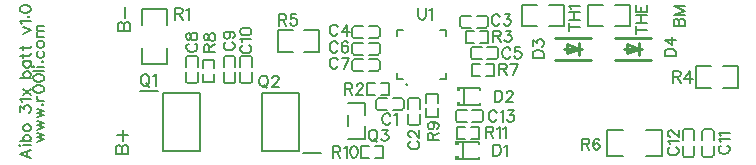
<source format=gto>
G04 Layer: TopSilkLayer*
G04 EasyEDA v6.4.25, 2021-11-19T22:14:56+01:00*
G04 fb237d5051ec4c31b6b5e7a524a6c443,10*
G04 Gerber Generator version 0.2*
G04 Scale: 100 percent, Rotated: No, Reflected: No *
G04 Dimensions in millimeters *
G04 leading zeros omitted , absolute positions ,4 integer and 5 decimal *
%FSLAX45Y45*%
%MOMM*%

%ADD10C,0.2540*%
%ADD33C,0.1520*%
%ADD34C,0.1524*%
%ADD35C,0.1999*%
%ADD36C,0.1500*%
%ADD37C,0.1600*%

%LPD*%
D37*
X-151637Y-1309878D02*
G01*
X-56134Y-1346200D01*
X-151637Y-1309878D02*
G01*
X-56134Y-1273555D01*
X-88137Y-1332484D02*
G01*
X-88137Y-1287018D01*
X-151637Y-1243584D02*
G01*
X-147065Y-1239012D01*
X-151637Y-1234439D01*
X-156210Y-1239012D01*
X-151637Y-1243584D01*
X-119887Y-1239012D02*
G01*
X-56134Y-1239012D01*
X-151637Y-1204468D02*
G01*
X-56134Y-1204468D01*
X-106171Y-1204468D02*
G01*
X-115315Y-1195323D01*
X-119887Y-1186179D01*
X-119887Y-1172463D01*
X-115315Y-1163573D01*
X-106171Y-1154429D01*
X-92710Y-1149857D01*
X-83565Y-1149857D01*
X-69850Y-1154429D01*
X-60705Y-1163573D01*
X-56134Y-1172463D01*
X-56134Y-1186179D01*
X-60705Y-1195323D01*
X-69850Y-1204468D01*
X-119887Y-1097026D02*
G01*
X-115315Y-1106170D01*
X-106171Y-1115313D01*
X-92710Y-1119886D01*
X-83565Y-1119886D01*
X-69850Y-1115313D01*
X-60705Y-1106170D01*
X-56134Y-1097026D01*
X-56134Y-1083563D01*
X-60705Y-1074420D01*
X-69850Y-1065276D01*
X-83565Y-1060704D01*
X-92710Y-1060704D01*
X-106171Y-1065276D01*
X-115315Y-1074420D01*
X-119887Y-1083563D01*
X-119887Y-1097026D01*
X-151637Y-951737D02*
G01*
X-151637Y-901700D01*
X-115315Y-928878D01*
X-115315Y-915415D01*
X-110744Y-906271D01*
X-106171Y-901700D01*
X-92710Y-897128D01*
X-83565Y-897128D01*
X-69850Y-901700D01*
X-60705Y-910844D01*
X-56134Y-924305D01*
X-56134Y-938021D01*
X-60705Y-951737D01*
X-65278Y-956310D01*
X-74421Y-960628D01*
X-133604Y-867155D02*
G01*
X-138176Y-858012D01*
X-151637Y-844295D01*
X-56134Y-844295D01*
X-119887Y-814323D02*
G01*
X-56134Y-764286D01*
X-119887Y-764286D02*
G01*
X-56134Y-814323D01*
X-151637Y-664463D02*
G01*
X-56134Y-664463D01*
X-106171Y-664463D02*
G01*
X-115315Y-655320D01*
X-119887Y-646176D01*
X-119887Y-632460D01*
X-115315Y-623570D01*
X-106171Y-614426D01*
X-92710Y-609854D01*
X-83565Y-609854D01*
X-69850Y-614426D01*
X-60705Y-623570D01*
X-56134Y-632460D01*
X-56134Y-646176D01*
X-60705Y-655320D01*
X-69850Y-664463D01*
X-119887Y-525271D02*
G01*
X-56134Y-525271D01*
X-106171Y-525271D02*
G01*
X-115315Y-534415D01*
X-119887Y-543560D01*
X-119887Y-557021D01*
X-115315Y-566165D01*
X-106171Y-575310D01*
X-92710Y-579881D01*
X-83565Y-579881D01*
X-69850Y-575310D01*
X-60705Y-566165D01*
X-56134Y-557021D01*
X-56134Y-543560D01*
X-60705Y-534415D01*
X-69850Y-525271D01*
X-151637Y-481584D02*
G01*
X-74421Y-481584D01*
X-60705Y-477012D01*
X-56134Y-468121D01*
X-56134Y-458978D01*
X-119887Y-495300D02*
G01*
X-119887Y-463550D01*
X-151637Y-415289D02*
G01*
X-74421Y-415289D01*
X-60705Y-410718D01*
X-56134Y-401573D01*
X-56134Y-392684D01*
X-119887Y-429005D02*
G01*
X-119887Y-397002D01*
X-119887Y-292607D02*
G01*
X-56134Y-265176D01*
X-119887Y-237997D02*
G01*
X-56134Y-265176D01*
X-133604Y-208026D02*
G01*
X-138176Y-198881D01*
X-151637Y-185165D01*
X-56134Y-185165D01*
X-78994Y-150621D02*
G01*
X-74421Y-155194D01*
X-69850Y-150621D01*
X-74421Y-146304D01*
X-78994Y-150621D01*
X-151637Y-88900D02*
G01*
X-147065Y-102615D01*
X-133604Y-111760D01*
X-110744Y-116078D01*
X-97281Y-116078D01*
X-74421Y-111760D01*
X-60705Y-102615D01*
X-56134Y-88900D01*
X-56134Y-79755D01*
X-60705Y-66294D01*
X-74421Y-57150D01*
X-97281Y-52578D01*
X-110744Y-52578D01*
X-133604Y-57150D01*
X-147065Y-66294D01*
X-151637Y-79755D01*
X-151637Y-88900D01*
X-5587Y-1206500D02*
G01*
X58165Y-1188212D01*
X-5587Y-1170178D02*
G01*
X58165Y-1188212D01*
X-5587Y-1170178D02*
G01*
X58165Y-1151889D01*
X-5587Y-1133855D02*
G01*
X58165Y-1151889D01*
X-5587Y-1103884D02*
G01*
X58165Y-1085595D01*
X-5587Y-1067307D02*
G01*
X58165Y-1085595D01*
X-5587Y-1067307D02*
G01*
X58165Y-1049273D01*
X-5587Y-1030986D02*
G01*
X58165Y-1049273D01*
X-5587Y-1001013D02*
G01*
X58165Y-982979D01*
X-5587Y-964692D02*
G01*
X58165Y-982979D01*
X-5587Y-964692D02*
G01*
X58165Y-946404D01*
X-5587Y-928370D02*
G01*
X58165Y-946404D01*
X35305Y-893826D02*
G01*
X39878Y-898397D01*
X44450Y-893826D01*
X39878Y-889254D01*
X35305Y-893826D01*
X-5587Y-859281D02*
G01*
X58165Y-859281D01*
X21589Y-859281D02*
G01*
X8128Y-854710D01*
X-1015Y-845565D01*
X-5587Y-836421D01*
X-5587Y-822960D01*
X-37337Y-765555D02*
G01*
X-32765Y-779271D01*
X-19304Y-788415D01*
X3555Y-792987D01*
X17018Y-792987D01*
X39878Y-788415D01*
X53594Y-779271D01*
X58165Y-765555D01*
X58165Y-756412D01*
X53594Y-742950D01*
X39878Y-733805D01*
X17018Y-729234D01*
X3555Y-729234D01*
X-19304Y-733805D01*
X-32765Y-742950D01*
X-37337Y-756412D01*
X-37337Y-765555D01*
X-37337Y-671829D02*
G01*
X-32765Y-685545D01*
X-19304Y-694689D01*
X3555Y-699262D01*
X17018Y-699262D01*
X39878Y-694689D01*
X53594Y-685545D01*
X58165Y-671829D01*
X58165Y-662939D01*
X53594Y-649223D01*
X39878Y-640079D01*
X17018Y-635507D01*
X3555Y-635507D01*
X-19304Y-640079D01*
X-32765Y-649223D01*
X-37337Y-662939D01*
X-37337Y-671829D01*
X-37337Y-605536D02*
G01*
X58165Y-605536D01*
X-37337Y-575563D02*
G01*
X-32765Y-570992D01*
X-37337Y-566420D01*
X-41910Y-570992D01*
X-37337Y-575563D01*
X-5587Y-570992D02*
G01*
X58165Y-570992D01*
X35305Y-531876D02*
G01*
X39878Y-536447D01*
X44450Y-531876D01*
X39878Y-527304D01*
X35305Y-531876D01*
X8128Y-442976D02*
G01*
X-1015Y-451865D01*
X-5587Y-461010D01*
X-5587Y-474726D01*
X-1015Y-483870D01*
X8128Y-492760D01*
X21589Y-497331D01*
X30734Y-497331D01*
X44450Y-492760D01*
X53594Y-483870D01*
X58165Y-474726D01*
X58165Y-461010D01*
X53594Y-451865D01*
X44450Y-442976D01*
X-5587Y-390144D02*
G01*
X-1015Y-399287D01*
X8128Y-408431D01*
X21589Y-412750D01*
X30734Y-412750D01*
X44450Y-408431D01*
X53594Y-399287D01*
X58165Y-390144D01*
X58165Y-376428D01*
X53594Y-367284D01*
X44450Y-358394D01*
X30734Y-353821D01*
X21589Y-353821D01*
X8128Y-358394D01*
X-1015Y-367284D01*
X-5587Y-376428D01*
X-5587Y-390144D01*
X-5587Y-323850D02*
G01*
X58165Y-323850D01*
X12700Y-323850D02*
G01*
X-1015Y-310134D01*
X-5587Y-300989D01*
X-5587Y-287528D01*
X-1015Y-278384D01*
X12700Y-273812D01*
X58165Y-273812D01*
X12700Y-273812D02*
G01*
X-1015Y-260095D01*
X-5587Y-250952D01*
X-5587Y-237489D01*
X-1015Y-228345D01*
X12700Y-223773D01*
X58165Y-223773D01*
X3860800Y-1232662D02*
G01*
X3860800Y-1328165D01*
X3860800Y-1232662D02*
G01*
X3892550Y-1232662D01*
X3906265Y-1237234D01*
X3915409Y-1246123D01*
X3919981Y-1255268D01*
X3924554Y-1268984D01*
X3924554Y-1291589D01*
X3919981Y-1305305D01*
X3915409Y-1314450D01*
X3906265Y-1323594D01*
X3892550Y-1328165D01*
X3860800Y-1328165D01*
X3954525Y-1250695D02*
G01*
X3963415Y-1246123D01*
X3977131Y-1232662D01*
X3977131Y-1328165D01*
X3873500Y-775462D02*
G01*
X3873500Y-870965D01*
X3873500Y-775462D02*
G01*
X3905250Y-775462D01*
X3918965Y-780034D01*
X3928109Y-788923D01*
X3932681Y-798068D01*
X3937254Y-811784D01*
X3937254Y-834389D01*
X3932681Y-848105D01*
X3928109Y-857250D01*
X3918965Y-866394D01*
X3905250Y-870965D01*
X3873500Y-870965D01*
X3971797Y-798068D02*
G01*
X3971797Y-793495D01*
X3976115Y-784605D01*
X3980688Y-780034D01*
X3989831Y-775462D01*
X4008120Y-775462D01*
X4017009Y-780034D01*
X4021581Y-784605D01*
X4026154Y-793495D01*
X4026154Y-802639D01*
X4021581Y-811784D01*
X4012691Y-825500D01*
X3967225Y-870965D01*
X4030725Y-870965D01*
X4191761Y-495223D02*
G01*
X4287265Y-495223D01*
X4191761Y-495223D02*
G01*
X4191761Y-463473D01*
X4196334Y-449757D01*
X4205224Y-440867D01*
X4214368Y-436295D01*
X4228084Y-431723D01*
X4250690Y-431723D01*
X4264406Y-436295D01*
X4273550Y-440867D01*
X4282693Y-449757D01*
X4287265Y-463473D01*
X4287265Y-495223D01*
X4191761Y-392607D02*
G01*
X4191761Y-342569D01*
X4228084Y-369747D01*
X4228084Y-356285D01*
X4232656Y-347141D01*
X4237227Y-342569D01*
X4250690Y-337997D01*
X4259834Y-337997D01*
X4273550Y-342569D01*
X4282693Y-351713D01*
X4287265Y-365175D01*
X4287265Y-378891D01*
X4282693Y-392607D01*
X4278122Y-397179D01*
X4268977Y-401751D01*
X5309361Y-482600D02*
G01*
X5404865Y-482600D01*
X5309361Y-482600D02*
G01*
X5309361Y-450850D01*
X5313934Y-437134D01*
X5322824Y-427989D01*
X5331968Y-423418D01*
X5345684Y-418845D01*
X5368290Y-418845D01*
X5382006Y-423418D01*
X5391150Y-427989D01*
X5400293Y-437134D01*
X5404865Y-450850D01*
X5404865Y-482600D01*
X5309361Y-343407D02*
G01*
X5372861Y-388873D01*
X5372861Y-320802D01*
X5309361Y-343407D02*
G01*
X5404865Y-343407D01*
X903478Y-635762D02*
G01*
X894587Y-640334D01*
X885444Y-649223D01*
X880871Y-658368D01*
X876300Y-672084D01*
X876300Y-694689D01*
X880871Y-708405D01*
X885444Y-717550D01*
X894587Y-726694D01*
X903478Y-731265D01*
X921765Y-731265D01*
X930910Y-726694D01*
X940054Y-717550D01*
X944371Y-708405D01*
X948944Y-694689D01*
X948944Y-672084D01*
X944371Y-658368D01*
X940054Y-649223D01*
X930910Y-640334D01*
X921765Y-635762D01*
X903478Y-635762D01*
X917194Y-712978D02*
G01*
X944371Y-740155D01*
X978915Y-653795D02*
G01*
X988060Y-649223D01*
X1001776Y-635762D01*
X1001776Y-731265D01*
X1906778Y-648462D02*
G01*
X1897887Y-653034D01*
X1888744Y-661923D01*
X1884171Y-671068D01*
X1879600Y-684784D01*
X1879600Y-707389D01*
X1884171Y-721105D01*
X1888744Y-730250D01*
X1897887Y-739394D01*
X1906778Y-743965D01*
X1925065Y-743965D01*
X1934209Y-739394D01*
X1943354Y-730250D01*
X1947672Y-721105D01*
X1952243Y-707389D01*
X1952243Y-684784D01*
X1947672Y-671068D01*
X1943354Y-661923D01*
X1934209Y-653034D01*
X1925065Y-648462D01*
X1906778Y-648462D01*
X1920494Y-725678D02*
G01*
X1947672Y-752855D01*
X1986788Y-671068D02*
G01*
X1986788Y-666495D01*
X1991359Y-657605D01*
X1995931Y-653034D01*
X2005075Y-648462D01*
X2023109Y-648462D01*
X2032254Y-653034D01*
X2036825Y-657605D01*
X2041397Y-666495D01*
X2041397Y-675639D01*
X2036825Y-684784D01*
X2027681Y-698500D01*
X1982215Y-743965D01*
X2045970Y-743965D01*
X2833877Y-1105662D02*
G01*
X2824988Y-1110234D01*
X2815843Y-1119123D01*
X2811272Y-1128268D01*
X2806700Y-1141984D01*
X2806700Y-1164589D01*
X2811272Y-1178305D01*
X2815843Y-1187450D01*
X2824988Y-1196594D01*
X2833877Y-1201165D01*
X2852165Y-1201165D01*
X2861309Y-1196594D01*
X2870454Y-1187450D01*
X2874772Y-1178305D01*
X2879343Y-1164589D01*
X2879343Y-1141984D01*
X2874772Y-1128268D01*
X2870454Y-1119123D01*
X2861309Y-1110234D01*
X2852165Y-1105662D01*
X2833877Y-1105662D01*
X2847593Y-1182878D02*
G01*
X2874772Y-1210055D01*
X2918459Y-1105662D02*
G01*
X2968497Y-1105662D01*
X2941320Y-1141984D01*
X2954781Y-1141984D01*
X2963925Y-1146555D01*
X2968497Y-1151128D01*
X2973070Y-1164589D01*
X2973070Y-1173734D01*
X2968497Y-1187450D01*
X2959354Y-1196594D01*
X2945891Y-1201165D01*
X2932175Y-1201165D01*
X2918459Y-1196594D01*
X2913888Y-1192021D01*
X2909315Y-1182878D01*
X1168400Y-76962D02*
G01*
X1168400Y-172465D01*
X1168400Y-76962D02*
G01*
X1209294Y-76962D01*
X1223010Y-81534D01*
X1227581Y-86105D01*
X1232154Y-94995D01*
X1232154Y-104139D01*
X1227581Y-113284D01*
X1223010Y-117855D01*
X1209294Y-122428D01*
X1168400Y-122428D01*
X1200150Y-122428D02*
G01*
X1232154Y-172465D01*
X1262126Y-94995D02*
G01*
X1271015Y-90423D01*
X1284731Y-76962D01*
X1284731Y-172465D01*
X5384800Y-610362D02*
G01*
X5384800Y-705865D01*
X5384800Y-610362D02*
G01*
X5425693Y-610362D01*
X5439409Y-614934D01*
X5443981Y-619505D01*
X5448554Y-628395D01*
X5448554Y-637539D01*
X5443981Y-646684D01*
X5439409Y-651255D01*
X5425693Y-655828D01*
X5384800Y-655828D01*
X5416550Y-655828D02*
G01*
X5448554Y-705865D01*
X5523991Y-610362D02*
G01*
X5478525Y-673862D01*
X5546597Y-673862D01*
X5523991Y-610362D02*
G01*
X5523991Y-705865D01*
X2044700Y-127762D02*
G01*
X2044700Y-223265D01*
X2044700Y-127762D02*
G01*
X2085593Y-127762D01*
X2099309Y-132334D01*
X2103881Y-136905D01*
X2108454Y-145795D01*
X2108454Y-154939D01*
X2103881Y-164084D01*
X2099309Y-168655D01*
X2085593Y-173228D01*
X2044700Y-173228D01*
X2076450Y-173228D02*
G01*
X2108454Y-223265D01*
X2192781Y-127762D02*
G01*
X2147315Y-127762D01*
X2142997Y-168655D01*
X2147315Y-164084D01*
X2161031Y-159512D01*
X2174747Y-159512D01*
X2188209Y-164084D01*
X2197354Y-173228D01*
X2201925Y-186689D01*
X2201925Y-195834D01*
X2197354Y-209550D01*
X2188209Y-218694D01*
X2174747Y-223265D01*
X2161031Y-223265D01*
X2147315Y-218694D01*
X2142997Y-214121D01*
X2138425Y-204978D01*
X3225800Y-76962D02*
G01*
X3225800Y-145034D01*
X3230372Y-158750D01*
X3239515Y-167894D01*
X3252977Y-172465D01*
X3262122Y-172465D01*
X3275838Y-167894D01*
X3284981Y-158750D01*
X3289554Y-145034D01*
X3289554Y-76962D01*
X3319525Y-94995D02*
G01*
X3328415Y-90423D01*
X3342131Y-76962D01*
X3342131Y-172465D01*
X5385561Y-228600D02*
G01*
X5481065Y-228600D01*
X5385561Y-228600D02*
G01*
X5385561Y-187705D01*
X5390134Y-173989D01*
X5394706Y-169418D01*
X5403595Y-164845D01*
X5412740Y-164845D01*
X5421884Y-169418D01*
X5426456Y-173989D01*
X5431027Y-187705D01*
X5431027Y-228600D02*
G01*
X5431027Y-187705D01*
X5435600Y-173989D01*
X5439918Y-169418D01*
X5449061Y-164845D01*
X5462777Y-164845D01*
X5471922Y-169418D01*
X5476493Y-173989D01*
X5481065Y-187705D01*
X5481065Y-228600D01*
X5385561Y-134873D02*
G01*
X5481065Y-134873D01*
X5385561Y-134873D02*
G01*
X5481065Y-98552D01*
X5385561Y-62229D02*
G01*
X5481065Y-98552D01*
X5385561Y-62229D02*
G01*
X5481065Y-62229D01*
X3160268Y-1201928D02*
G01*
X3151124Y-1206245D01*
X3142234Y-1215389D01*
X3137661Y-1224534D01*
X3137661Y-1242821D01*
X3142234Y-1251712D01*
X3151124Y-1260855D01*
X3160268Y-1265428D01*
X3173984Y-1270000D01*
X3196590Y-1270000D01*
X3210306Y-1265428D01*
X3219450Y-1260855D01*
X3228593Y-1251712D01*
X3233165Y-1242821D01*
X3233165Y-1224534D01*
X3228593Y-1215389D01*
X3219450Y-1206245D01*
X3210306Y-1201928D01*
X3160268Y-1167384D02*
G01*
X3155695Y-1167384D01*
X3146806Y-1162812D01*
X3142234Y-1158239D01*
X3137661Y-1149095D01*
X3137661Y-1130807D01*
X3142234Y-1121918D01*
X3146806Y-1117345D01*
X3155695Y-1112773D01*
X3164840Y-1112773D01*
X3173984Y-1117345D01*
X3187700Y-1126489D01*
X3233165Y-1171702D01*
X3233165Y-1108202D01*
X3916172Y-150368D02*
G01*
X3911854Y-141223D01*
X3902709Y-132334D01*
X3893565Y-127762D01*
X3875277Y-127762D01*
X3866388Y-132334D01*
X3857243Y-141223D01*
X3852672Y-150368D01*
X3848100Y-164084D01*
X3848100Y-186689D01*
X3852672Y-200405D01*
X3857243Y-209550D01*
X3866388Y-218694D01*
X3875277Y-223265D01*
X3893565Y-223265D01*
X3902709Y-218694D01*
X3911854Y-209550D01*
X3916172Y-200405D01*
X3955288Y-127762D02*
G01*
X4005325Y-127762D01*
X3978147Y-164084D01*
X3991609Y-164084D01*
X4000754Y-168655D01*
X4005325Y-173228D01*
X4009897Y-186689D01*
X4009897Y-195834D01*
X4005325Y-209550D01*
X3996181Y-218694D01*
X3982720Y-223265D01*
X3969004Y-223265D01*
X3955288Y-218694D01*
X3950715Y-214121D01*
X3946397Y-204978D01*
X2544572Y-239268D02*
G01*
X2540254Y-230123D01*
X2531109Y-221234D01*
X2521965Y-216662D01*
X2503677Y-216662D01*
X2494788Y-221234D01*
X2485643Y-230123D01*
X2481072Y-239268D01*
X2476500Y-252984D01*
X2476500Y-275589D01*
X2481072Y-289305D01*
X2485643Y-298450D01*
X2494788Y-307594D01*
X2503677Y-312165D01*
X2521965Y-312165D01*
X2531109Y-307594D01*
X2540254Y-298450D01*
X2544572Y-289305D01*
X2620009Y-216662D02*
G01*
X2574797Y-280162D01*
X2642870Y-280162D01*
X2620009Y-216662D02*
G01*
X2620009Y-312165D01*
X2544572Y-378968D02*
G01*
X2540254Y-369823D01*
X2531109Y-360934D01*
X2521965Y-356362D01*
X2503677Y-356362D01*
X2494788Y-360934D01*
X2485643Y-369823D01*
X2481072Y-378968D01*
X2476500Y-392684D01*
X2476500Y-415289D01*
X2481072Y-429005D01*
X2485643Y-438150D01*
X2494788Y-447294D01*
X2503677Y-451865D01*
X2521965Y-451865D01*
X2531109Y-447294D01*
X2540254Y-438150D01*
X2544572Y-429005D01*
X2629154Y-369823D02*
G01*
X2624581Y-360934D01*
X2611120Y-356362D01*
X2601975Y-356362D01*
X2588259Y-360934D01*
X2579115Y-374395D01*
X2574797Y-397255D01*
X2574797Y-419862D01*
X2579115Y-438150D01*
X2588259Y-447294D01*
X2601975Y-451865D01*
X2606547Y-451865D01*
X2620009Y-447294D01*
X2629154Y-438150D01*
X2633725Y-424434D01*
X2633725Y-419862D01*
X2629154Y-406400D01*
X2620009Y-397255D01*
X2606547Y-392684D01*
X2601975Y-392684D01*
X2588259Y-397255D01*
X2579115Y-406400D01*
X2574797Y-419862D01*
X2544572Y-518668D02*
G01*
X2540254Y-509523D01*
X2531109Y-500634D01*
X2521965Y-496062D01*
X2503677Y-496062D01*
X2494788Y-500634D01*
X2485643Y-509523D01*
X2481072Y-518668D01*
X2476500Y-532384D01*
X2476500Y-554989D01*
X2481072Y-568705D01*
X2485643Y-577850D01*
X2494788Y-586994D01*
X2503677Y-591565D01*
X2521965Y-591565D01*
X2531109Y-586994D01*
X2540254Y-577850D01*
X2544572Y-568705D01*
X2638297Y-496062D02*
G01*
X2592831Y-591565D01*
X2574797Y-496062D02*
G01*
X2638297Y-496062D01*
X1280668Y-376428D02*
G01*
X1271523Y-380745D01*
X1262634Y-389889D01*
X1258062Y-399034D01*
X1258062Y-417321D01*
X1262634Y-426212D01*
X1271523Y-435355D01*
X1280668Y-439928D01*
X1294384Y-444500D01*
X1316989Y-444500D01*
X1330705Y-439928D01*
X1339850Y-435355D01*
X1348994Y-426212D01*
X1353565Y-417321D01*
X1353565Y-399034D01*
X1348994Y-389889D01*
X1339850Y-380745D01*
X1330705Y-376428D01*
X1258062Y-323595D02*
G01*
X1262634Y-337312D01*
X1271523Y-341884D01*
X1280668Y-341884D01*
X1289812Y-337312D01*
X1294384Y-328168D01*
X1298955Y-309879D01*
X1303528Y-296418D01*
X1312418Y-287273D01*
X1321562Y-282702D01*
X1335278Y-282702D01*
X1344421Y-287273D01*
X1348994Y-291845D01*
X1353565Y-305307D01*
X1353565Y-323595D01*
X1348994Y-337312D01*
X1344421Y-341884D01*
X1335278Y-346202D01*
X1321562Y-346202D01*
X1312418Y-341884D01*
X1303528Y-332739D01*
X1298955Y-319023D01*
X1294384Y-300989D01*
X1289812Y-291845D01*
X1280668Y-287273D01*
X1271523Y-287273D01*
X1262634Y-291845D01*
X1258062Y-305307D01*
X1258062Y-323595D01*
X1598168Y-363728D02*
G01*
X1589023Y-368045D01*
X1580134Y-377189D01*
X1575562Y-386334D01*
X1575562Y-404621D01*
X1580134Y-413512D01*
X1589023Y-422655D01*
X1598168Y-427228D01*
X1611884Y-431800D01*
X1634489Y-431800D01*
X1648205Y-427228D01*
X1657350Y-422655D01*
X1666494Y-413512D01*
X1671065Y-404621D01*
X1671065Y-386334D01*
X1666494Y-377189D01*
X1657350Y-368045D01*
X1648205Y-363728D01*
X1607312Y-274573D02*
G01*
X1621028Y-279145D01*
X1629918Y-288289D01*
X1634489Y-301752D01*
X1634489Y-306323D01*
X1629918Y-320039D01*
X1621028Y-329184D01*
X1607312Y-333502D01*
X1602739Y-333502D01*
X1589023Y-329184D01*
X1580134Y-320039D01*
X1575562Y-306323D01*
X1575562Y-301752D01*
X1580134Y-288289D01*
X1589023Y-279145D01*
X1607312Y-274573D01*
X1629918Y-274573D01*
X1652778Y-279145D01*
X1666494Y-288289D01*
X1671065Y-301752D01*
X1671065Y-310895D01*
X1666494Y-324612D01*
X1657350Y-329184D01*
X1737868Y-389128D02*
G01*
X1728723Y-393445D01*
X1719834Y-402589D01*
X1715262Y-411734D01*
X1715262Y-430021D01*
X1719834Y-438912D01*
X1728723Y-448055D01*
X1737868Y-452628D01*
X1751584Y-457200D01*
X1774189Y-457200D01*
X1787905Y-452628D01*
X1797050Y-448055D01*
X1806194Y-438912D01*
X1810765Y-430021D01*
X1810765Y-411734D01*
X1806194Y-402589D01*
X1797050Y-393445D01*
X1787905Y-389128D01*
X1733295Y-358902D02*
G01*
X1728723Y-350012D01*
X1715262Y-336295D01*
X1810765Y-336295D01*
X1715262Y-278892D02*
G01*
X1719834Y-292607D01*
X1733295Y-301752D01*
X1756155Y-306323D01*
X1769618Y-306323D01*
X1792478Y-301752D01*
X1806194Y-292607D01*
X1810765Y-278892D01*
X1810765Y-270002D01*
X1806194Y-256286D01*
X1792478Y-247142D01*
X1769618Y-242570D01*
X1756155Y-242570D01*
X1733295Y-247142D01*
X1719834Y-256286D01*
X1715262Y-270002D01*
X1715262Y-278892D01*
X5789168Y-1240028D02*
G01*
X5780024Y-1244345D01*
X5771134Y-1253489D01*
X5766561Y-1262634D01*
X5766561Y-1280921D01*
X5771134Y-1289812D01*
X5780024Y-1298955D01*
X5789168Y-1303528D01*
X5802884Y-1308100D01*
X5825490Y-1308100D01*
X5839206Y-1303528D01*
X5848350Y-1298955D01*
X5857493Y-1289812D01*
X5862065Y-1280921D01*
X5862065Y-1262634D01*
X5857493Y-1253489D01*
X5848350Y-1244345D01*
X5839206Y-1240028D01*
X5784595Y-1209802D02*
G01*
X5780024Y-1200912D01*
X5766561Y-1187195D01*
X5862065Y-1187195D01*
X5784595Y-1157223D02*
G01*
X5780024Y-1148079D01*
X5766561Y-1134363D01*
X5862065Y-1134363D01*
X5357317Y-1252575D02*
G01*
X5348427Y-1257147D01*
X5339283Y-1266291D01*
X5334711Y-1275435D01*
X5334711Y-1293469D01*
X5339283Y-1302613D01*
X5348427Y-1311757D01*
X5357317Y-1316329D01*
X5371033Y-1320901D01*
X5393893Y-1320901D01*
X5407355Y-1316329D01*
X5416499Y-1311757D01*
X5425643Y-1302613D01*
X5430215Y-1293469D01*
X5430215Y-1275435D01*
X5425643Y-1266291D01*
X5416499Y-1257147D01*
X5407355Y-1252575D01*
X5352999Y-1222603D02*
G01*
X5348427Y-1213459D01*
X5334711Y-1199997D01*
X5430215Y-1199997D01*
X5357317Y-1165453D02*
G01*
X5352999Y-1165453D01*
X5343855Y-1160881D01*
X5339283Y-1156309D01*
X5334711Y-1147165D01*
X5334711Y-1128877D01*
X5339283Y-1119987D01*
X5343855Y-1115415D01*
X5352999Y-1110843D01*
X5361889Y-1110843D01*
X5371033Y-1115415D01*
X5384749Y-1124559D01*
X5430215Y-1169771D01*
X5430215Y-1106271D01*
X3890772Y-963168D02*
G01*
X3886454Y-954023D01*
X3877309Y-945134D01*
X3868165Y-940562D01*
X3849877Y-940562D01*
X3840988Y-945134D01*
X3831843Y-954023D01*
X3827272Y-963168D01*
X3822700Y-976884D01*
X3822700Y-999489D01*
X3827272Y-1013205D01*
X3831843Y-1022350D01*
X3840988Y-1031494D01*
X3849877Y-1036065D01*
X3868165Y-1036065D01*
X3877309Y-1031494D01*
X3886454Y-1022350D01*
X3890772Y-1013205D01*
X3920997Y-958595D02*
G01*
X3929888Y-954023D01*
X3943604Y-940562D01*
X3943604Y-1036065D01*
X3982720Y-940562D02*
G01*
X4032758Y-940562D01*
X4005325Y-976884D01*
X4019041Y-976884D01*
X4028186Y-981455D01*
X4032758Y-986028D01*
X4037329Y-999489D01*
X4037329Y-1008634D01*
X4032758Y-1022350D01*
X4023613Y-1031494D01*
X4009897Y-1036065D01*
X3996436Y-1036065D01*
X3982720Y-1031494D01*
X3978147Y-1026921D01*
X3973575Y-1017778D01*
X3860800Y-267462D02*
G01*
X3860800Y-362965D01*
X3860800Y-267462D02*
G01*
X3901693Y-267462D01*
X3915409Y-272034D01*
X3919981Y-276605D01*
X3924554Y-285495D01*
X3924554Y-294639D01*
X3919981Y-303784D01*
X3915409Y-308355D01*
X3901693Y-312928D01*
X3860800Y-312928D01*
X3892550Y-312928D02*
G01*
X3924554Y-362965D01*
X3963415Y-267462D02*
G01*
X4013454Y-267462D01*
X3986275Y-303784D01*
X3999991Y-303784D01*
X4008881Y-308355D01*
X4013454Y-312928D01*
X4018025Y-326389D01*
X4018025Y-335534D01*
X4013454Y-349250D01*
X4004309Y-358394D01*
X3990847Y-362965D01*
X3977131Y-362965D01*
X3963415Y-358394D01*
X3959097Y-353821D01*
X3954525Y-344678D01*
X4610100Y-1181862D02*
G01*
X4610100Y-1277365D01*
X4610100Y-1181862D02*
G01*
X4650993Y-1181862D01*
X4664709Y-1186434D01*
X4669281Y-1191005D01*
X4673854Y-1199895D01*
X4673854Y-1209039D01*
X4669281Y-1218184D01*
X4664709Y-1222755D01*
X4650993Y-1227328D01*
X4610100Y-1227328D01*
X4641850Y-1227328D02*
G01*
X4673854Y-1277365D01*
X4758181Y-1195323D02*
G01*
X4753609Y-1186434D01*
X4740147Y-1181862D01*
X4731004Y-1181862D01*
X4717288Y-1186434D01*
X4708397Y-1199895D01*
X4703825Y-1222755D01*
X4703825Y-1245362D01*
X4708397Y-1263650D01*
X4717288Y-1272794D01*
X4731004Y-1277365D01*
X4735575Y-1277365D01*
X4749291Y-1272794D01*
X4758181Y-1263650D01*
X4762754Y-1249934D01*
X4762754Y-1245362D01*
X4758181Y-1231900D01*
X4749291Y-1222755D01*
X4735575Y-1218184D01*
X4731004Y-1218184D01*
X4717288Y-1222755D01*
X4708397Y-1231900D01*
X4703825Y-1245362D01*
X3911600Y-546862D02*
G01*
X3911600Y-642365D01*
X3911600Y-546862D02*
G01*
X3952493Y-546862D01*
X3966209Y-551434D01*
X3970781Y-556005D01*
X3975354Y-564895D01*
X3975354Y-574039D01*
X3970781Y-583184D01*
X3966209Y-587755D01*
X3952493Y-592328D01*
X3911600Y-592328D01*
X3943350Y-592328D02*
G01*
X3975354Y-642365D01*
X4068825Y-546862D02*
G01*
X4023359Y-642365D01*
X4005325Y-546862D02*
G01*
X4068825Y-546862D01*
X1410462Y-444500D02*
G01*
X1505965Y-444500D01*
X1410462Y-444500D02*
G01*
X1410462Y-403605D01*
X1415034Y-389889D01*
X1419605Y-385318D01*
X1428495Y-380745D01*
X1437639Y-380745D01*
X1446784Y-385318D01*
X1451355Y-389889D01*
X1455928Y-403605D01*
X1455928Y-444500D01*
X1455928Y-412750D02*
G01*
X1505965Y-380745D01*
X1410462Y-328168D02*
G01*
X1415034Y-341884D01*
X1423923Y-346202D01*
X1433068Y-346202D01*
X1442212Y-341884D01*
X1446784Y-332739D01*
X1451355Y-314452D01*
X1455928Y-300989D01*
X1464818Y-291845D01*
X1473962Y-287273D01*
X1487678Y-287273D01*
X1496821Y-291845D01*
X1501394Y-296418D01*
X1505965Y-309879D01*
X1505965Y-328168D01*
X1501394Y-341884D01*
X1496821Y-346202D01*
X1487678Y-350773D01*
X1473962Y-350773D01*
X1464818Y-346202D01*
X1455928Y-337312D01*
X1451355Y-323595D01*
X1446784Y-305307D01*
X1442212Y-296418D01*
X1433068Y-291845D01*
X1423923Y-291845D01*
X1415034Y-296418D01*
X1410462Y-309879D01*
X1410462Y-328168D01*
X3302761Y-1193800D02*
G01*
X3398265Y-1193800D01*
X3302761Y-1193800D02*
G01*
X3302761Y-1152905D01*
X3307334Y-1139189D01*
X3311906Y-1134618D01*
X3320795Y-1130045D01*
X3329940Y-1130045D01*
X3339084Y-1134618D01*
X3343656Y-1139189D01*
X3348227Y-1152905D01*
X3348227Y-1193800D01*
X3348227Y-1162050D02*
G01*
X3398265Y-1130045D01*
X3334511Y-1041145D02*
G01*
X3348227Y-1045718D01*
X3357118Y-1054607D01*
X3361690Y-1068323D01*
X3361690Y-1072895D01*
X3357118Y-1086612D01*
X3348227Y-1095502D01*
X3334511Y-1100073D01*
X3329940Y-1100073D01*
X3316224Y-1095502D01*
X3307334Y-1086612D01*
X3302761Y-1072895D01*
X3302761Y-1068323D01*
X3307334Y-1054607D01*
X3316224Y-1045718D01*
X3334511Y-1041145D01*
X3357118Y-1041145D01*
X3379977Y-1045718D01*
X3393693Y-1054607D01*
X3398265Y-1068323D01*
X3398265Y-1077468D01*
X3393693Y-1091184D01*
X3384550Y-1095502D01*
X2501900Y-1245362D02*
G01*
X2501900Y-1340865D01*
X2501900Y-1245362D02*
G01*
X2542793Y-1245362D01*
X2556509Y-1249934D01*
X2561081Y-1254505D01*
X2565654Y-1263395D01*
X2565654Y-1272539D01*
X2561081Y-1281684D01*
X2556509Y-1286255D01*
X2542793Y-1290828D01*
X2501900Y-1290828D01*
X2533650Y-1290828D02*
G01*
X2565654Y-1340865D01*
X2595625Y-1263395D02*
G01*
X2604515Y-1258823D01*
X2618231Y-1245362D01*
X2618231Y-1340865D01*
X2675636Y-1245362D02*
G01*
X2661920Y-1249934D01*
X2652775Y-1263395D01*
X2648204Y-1286255D01*
X2648204Y-1299718D01*
X2652775Y-1322578D01*
X2661920Y-1336294D01*
X2675636Y-1340865D01*
X2684525Y-1340865D01*
X2698241Y-1336294D01*
X2707386Y-1322578D01*
X2711958Y-1299718D01*
X2711958Y-1286255D01*
X2707386Y-1263395D01*
X2698241Y-1249934D01*
X2684525Y-1245362D01*
X2675636Y-1245362D01*
X3797300Y-1080262D02*
G01*
X3797300Y-1175765D01*
X3797300Y-1080262D02*
G01*
X3838193Y-1080262D01*
X3851909Y-1084834D01*
X3856481Y-1089405D01*
X3861054Y-1098295D01*
X3861054Y-1107439D01*
X3856481Y-1116584D01*
X3851909Y-1121155D01*
X3838193Y-1125728D01*
X3797300Y-1125728D01*
X3829050Y-1125728D02*
G01*
X3861054Y-1175765D01*
X3891025Y-1098295D02*
G01*
X3899915Y-1093723D01*
X3913631Y-1080262D01*
X3913631Y-1175765D01*
X3943604Y-1098295D02*
G01*
X3952747Y-1093723D01*
X3966463Y-1080262D01*
X3966463Y-1175765D01*
X2603500Y-711962D02*
G01*
X2603500Y-807465D01*
X2603500Y-711962D02*
G01*
X2644393Y-711962D01*
X2658109Y-716534D01*
X2662681Y-721105D01*
X2667254Y-729995D01*
X2667254Y-739139D01*
X2662681Y-748284D01*
X2658109Y-752855D01*
X2644393Y-757428D01*
X2603500Y-757428D01*
X2635250Y-757428D02*
G01*
X2667254Y-807465D01*
X2701797Y-734568D02*
G01*
X2701797Y-729995D01*
X2706115Y-721105D01*
X2710688Y-716534D01*
X2719831Y-711962D01*
X2738120Y-711962D01*
X2747009Y-716534D01*
X2751581Y-721105D01*
X2756154Y-729995D01*
X2756154Y-739139D01*
X2751581Y-748284D01*
X2742691Y-762000D01*
X2697225Y-807465D01*
X2760725Y-807465D01*
X2989072Y-988568D02*
G01*
X2984754Y-979423D01*
X2975609Y-970534D01*
X2966465Y-965962D01*
X2948177Y-965962D01*
X2939288Y-970534D01*
X2930143Y-979423D01*
X2925572Y-988568D01*
X2921000Y-1002284D01*
X2921000Y-1024889D01*
X2925572Y-1038605D01*
X2930143Y-1047750D01*
X2939288Y-1056894D01*
X2948177Y-1061465D01*
X2966465Y-1061465D01*
X2975609Y-1056894D01*
X2984754Y-1047750D01*
X2989072Y-1038605D01*
X3019297Y-983995D02*
G01*
X3028188Y-979423D01*
X3041904Y-965962D01*
X3041904Y-1061465D01*
X4005072Y-429768D02*
G01*
X4000754Y-420623D01*
X3991609Y-411734D01*
X3982465Y-407162D01*
X3964177Y-407162D01*
X3955288Y-411734D01*
X3946143Y-420623D01*
X3941572Y-429768D01*
X3937000Y-443484D01*
X3937000Y-466089D01*
X3941572Y-479805D01*
X3946143Y-488950D01*
X3955288Y-498094D01*
X3964177Y-502665D01*
X3982465Y-502665D01*
X3991609Y-498094D01*
X4000754Y-488950D01*
X4005072Y-479805D01*
X4089654Y-407162D02*
G01*
X4044188Y-407162D01*
X4039615Y-448055D01*
X4044188Y-443484D01*
X4057904Y-438912D01*
X4071620Y-438912D01*
X4085081Y-443484D01*
X4094225Y-452628D01*
X4098797Y-466089D01*
X4098797Y-475234D01*
X4094225Y-488950D01*
X4085081Y-498094D01*
X4071620Y-502665D01*
X4057904Y-502665D01*
X4044188Y-498094D01*
X4039615Y-493521D01*
X4035297Y-484378D01*
X4496561Y-234950D02*
G01*
X4592065Y-234950D01*
X4496561Y-266700D02*
G01*
X4496561Y-202945D01*
X4496561Y-172973D02*
G01*
X4592065Y-172973D01*
X4496561Y-109473D02*
G01*
X4592065Y-109473D01*
X4542027Y-172973D02*
G01*
X4542027Y-109473D01*
X4514595Y-79502D02*
G01*
X4510024Y-70357D01*
X4496561Y-56642D01*
X4592065Y-56642D01*
X5068061Y-260350D02*
G01*
X5163565Y-260350D01*
X5068061Y-292100D02*
G01*
X5068061Y-228345D01*
X5068061Y-198373D02*
G01*
X5163565Y-198373D01*
X5068061Y-134873D02*
G01*
X5163565Y-134873D01*
X5113527Y-198373D02*
G01*
X5113527Y-134873D01*
X5068061Y-104902D02*
G01*
X5163565Y-104902D01*
X5068061Y-104902D02*
G01*
X5068061Y-45720D01*
X5113527Y-104902D02*
G01*
X5113527Y-68579D01*
X5163565Y-104902D02*
G01*
X5163565Y-45720D01*
X678428Y-266700D02*
G01*
X787394Y-266700D01*
X678428Y-266700D02*
G01*
X678428Y-219963D01*
X683508Y-204470D01*
X688842Y-199136D01*
X699256Y-194055D01*
X709670Y-194055D01*
X720084Y-199136D01*
X725164Y-204470D01*
X730244Y-219963D01*
X730244Y-266700D02*
G01*
X730244Y-219963D01*
X735578Y-204470D01*
X740658Y-199136D01*
X751072Y-194055D01*
X766820Y-194055D01*
X777234Y-199136D01*
X782314Y-204470D01*
X787394Y-219963D01*
X787394Y-266700D01*
X740658Y-159765D02*
G01*
X740658Y-66039D01*
X661499Y-1308183D02*
G01*
X770465Y-1308183D01*
X661499Y-1308183D02*
G01*
X661499Y-1261447D01*
X666579Y-1245699D01*
X671913Y-1240619D01*
X682327Y-1235285D01*
X692741Y-1235285D01*
X703155Y-1240619D01*
X708235Y-1245699D01*
X713315Y-1261447D01*
X713315Y-1308183D02*
G01*
X713315Y-1261447D01*
X718649Y-1245699D01*
X723729Y-1240619D01*
X734143Y-1235285D01*
X749891Y-1235285D01*
X760305Y-1240619D01*
X765385Y-1245699D01*
X770465Y-1261447D01*
X770465Y-1308183D01*
X676993Y-1154259D02*
G01*
X770465Y-1154259D01*
X723729Y-1200995D02*
G01*
X723729Y-1107523D01*
G36*
X3536899Y-1202436D02*
G01*
X3536899Y-1237691D01*
X3567379Y-1237691D01*
X3567379Y-1202436D01*
G37*
G36*
X3536899Y-1327708D02*
G01*
X3536899Y-1362964D01*
X3567379Y-1362964D01*
X3567379Y-1327708D01*
G37*
G36*
X3549599Y-745236D02*
G01*
X3549599Y-780491D01*
X3580079Y-780491D01*
X3580079Y-745236D01*
G37*
G36*
X3549599Y-870508D02*
G01*
X3549599Y-905764D01*
X3580079Y-905764D01*
X3580079Y-870508D01*
G37*
D33*
X3735024Y-1355321D02*
G01*
X3735024Y-1334698D01*
X3735024Y-1210078D02*
G01*
X3735024Y-1229700D01*
D34*
X3559779Y-1210078D02*
G01*
X3735024Y-1210078D01*
X3559779Y-1355321D02*
G01*
X3735024Y-1355321D01*
X3600223Y-1210078D02*
G01*
X3600223Y-1355321D01*
D33*
X3747724Y-898121D02*
G01*
X3747724Y-877498D01*
X3747724Y-752878D02*
G01*
X3747724Y-772500D01*
D34*
X3572479Y-752878D02*
G01*
X3747724Y-752878D01*
X3572479Y-898121D02*
G01*
X3747724Y-898121D01*
X3612923Y-752878D02*
G01*
X3612923Y-898121D01*
D10*
X4685903Y-513753D02*
G01*
X4385904Y-513753D01*
X4684567Y-325785D02*
G01*
X4384568Y-325785D01*
X4610100Y-419100D02*
G01*
X4457700Y-419100D01*
X4584700Y-469900D02*
G01*
X4584700Y-368300D01*
X4483100Y-378460D02*
G01*
X4584700Y-419100D01*
X4483100Y-459739D02*
G01*
X4483100Y-378460D01*
X4584700Y-419100D02*
G01*
X4483100Y-459739D01*
X5193903Y-513753D02*
G01*
X4893904Y-513753D01*
X5192567Y-325785D02*
G01*
X4892568Y-325785D01*
X5118100Y-419100D02*
G01*
X4965700Y-419100D01*
X5092700Y-469900D02*
G01*
X5092700Y-368300D01*
X4991100Y-378460D02*
G01*
X5092700Y-419100D01*
X4991100Y-459739D02*
G01*
X4991100Y-378460D01*
X5092700Y-419100D02*
G01*
X4991100Y-459739D01*
D35*
X1059205Y-796391D02*
G01*
X1379194Y-796391D01*
X1379194Y-1286408D01*
X1059205Y-1286408D01*
X1059205Y-796391D01*
X871702Y-780897D02*
G01*
X1024204Y-780897D01*
X2217394Y-1286408D02*
G01*
X1897405Y-1286408D01*
X1897405Y-796391D01*
X2217394Y-796391D01*
X2217394Y-1286408D01*
X2404897Y-1301902D02*
G01*
X2252395Y-1301902D01*
D34*
X2632478Y-1181320D02*
G01*
X2777721Y-1181320D01*
X2777721Y-1078158D01*
X2632478Y-876079D02*
G01*
X2777721Y-876079D01*
X2777721Y-979241D01*
X2632478Y-1074239D02*
G01*
X2632478Y-983160D01*
X882690Y-412620D02*
G01*
X882690Y-548612D01*
X1098509Y-548612D01*
X1098509Y-412620D01*
X882690Y-222379D02*
G01*
X882690Y-86387D01*
X1098509Y-86387D01*
X1098509Y-222379D01*
X5800719Y-752109D02*
G01*
X5929213Y-752109D01*
X5929213Y-568690D01*
X5800719Y-568690D01*
X5705480Y-752109D02*
G01*
X5576986Y-752109D01*
X5576986Y-568690D01*
X5705480Y-568690D01*
X2162180Y-263890D02*
G01*
X2033686Y-263890D01*
X2033686Y-447309D01*
X2162180Y-447309D01*
X2257419Y-263890D02*
G01*
X2385913Y-263890D01*
X2385913Y-447309D01*
X2257419Y-447309D01*
X3043580Y-311851D02*
G01*
X3043580Y-262280D01*
X3093151Y-262280D01*
X3458819Y-311851D02*
G01*
X3458819Y-262280D01*
X3409248Y-262280D01*
X3043580Y-627948D02*
G01*
X3043580Y-677519D01*
X3093151Y-677519D01*
X3458819Y-627948D02*
G01*
X3458819Y-677519D01*
X3409248Y-677519D01*
X3237560Y-1054130D02*
G01*
X3237560Y-975121D01*
X3137839Y-975121D02*
G01*
X3137839Y-1054130D01*
X3153079Y-1069370D02*
G01*
X3222320Y-1069370D01*
X3237560Y-850869D02*
G01*
X3237560Y-929878D01*
X3137839Y-929878D02*
G01*
X3137839Y-850869D01*
X3153079Y-835629D02*
G01*
X3222320Y-835629D01*
X3594069Y-240360D02*
G01*
X3673078Y-240360D01*
X3673078Y-140639D02*
G01*
X3594069Y-140639D01*
X3578829Y-155879D02*
G01*
X3578829Y-225120D01*
X3797330Y-240360D02*
G01*
X3718321Y-240360D01*
X3718321Y-140639D02*
G01*
X3797330Y-140639D01*
X3812570Y-155879D02*
G01*
X3812570Y-225120D01*
X2882930Y-229539D02*
G01*
X2803921Y-229539D01*
X2803921Y-329260D02*
G01*
X2882930Y-329260D01*
X2898170Y-314020D02*
G01*
X2898170Y-244779D01*
X2679669Y-229539D02*
G01*
X2758678Y-229539D01*
X2758678Y-329260D02*
G01*
X2679669Y-329260D01*
X2664429Y-314020D02*
G01*
X2664429Y-244779D01*
X2882930Y-369239D02*
G01*
X2803921Y-369239D01*
X2803921Y-468960D02*
G01*
X2882930Y-468960D01*
X2898170Y-453720D02*
G01*
X2898170Y-384479D01*
X2679669Y-369239D02*
G01*
X2758678Y-369239D01*
X2758678Y-468960D02*
G01*
X2679669Y-468960D01*
X2664429Y-453720D02*
G01*
X2664429Y-384479D01*
X2882930Y-508939D02*
G01*
X2803921Y-508939D01*
X2803921Y-608660D02*
G01*
X2882930Y-608660D01*
X2898170Y-593420D02*
G01*
X2898170Y-524179D01*
X2679669Y-508939D02*
G01*
X2758678Y-508939D01*
X2758678Y-608660D02*
G01*
X2679669Y-608660D01*
X2664429Y-593420D02*
G01*
X2664429Y-524179D01*
X1258239Y-495269D02*
G01*
X1258239Y-574278D01*
X1357960Y-574278D02*
G01*
X1357960Y-495269D01*
X1342720Y-480029D02*
G01*
X1273479Y-480029D01*
X1258239Y-698530D02*
G01*
X1258239Y-619521D01*
X1357960Y-619521D02*
G01*
X1357960Y-698530D01*
X1342720Y-713770D02*
G01*
X1273479Y-713770D01*
X1575739Y-495269D02*
G01*
X1575739Y-574278D01*
X1675460Y-574278D02*
G01*
X1675460Y-495269D01*
X1660220Y-480029D02*
G01*
X1590979Y-480029D01*
X1575739Y-698530D02*
G01*
X1575739Y-619521D01*
X1675460Y-619521D02*
G01*
X1675460Y-698530D01*
X1660220Y-713770D02*
G01*
X1590979Y-713770D01*
X1815160Y-698530D02*
G01*
X1815160Y-619521D01*
X1715439Y-619521D02*
G01*
X1715439Y-698530D01*
X1730679Y-713770D02*
G01*
X1799920Y-713770D01*
X1815160Y-495269D02*
G01*
X1815160Y-574278D01*
X1715439Y-574278D02*
G01*
X1715439Y-495269D01*
X1730679Y-480029D02*
G01*
X1799920Y-480029D01*
X5726760Y-1320830D02*
G01*
X5726760Y-1241821D01*
X5627039Y-1241821D02*
G01*
X5627039Y-1320830D01*
X5642279Y-1336070D02*
G01*
X5711520Y-1336070D01*
X5726760Y-1117569D02*
G01*
X5726760Y-1196578D01*
X5627039Y-1196578D02*
G01*
X5627039Y-1117569D01*
X5642279Y-1102329D02*
G01*
X5711520Y-1102329D01*
X5561660Y-1320830D02*
G01*
X5561660Y-1241821D01*
X5461939Y-1241821D02*
G01*
X5461939Y-1320830D01*
X5477179Y-1336070D02*
G01*
X5546420Y-1336070D01*
X5561660Y-1117569D02*
G01*
X5561660Y-1196578D01*
X5461939Y-1196578D02*
G01*
X5461939Y-1117569D01*
X5477179Y-1102329D02*
G01*
X5546420Y-1102329D01*
X3759230Y-940739D02*
G01*
X3680221Y-940739D01*
X3680221Y-1040460D02*
G01*
X3759230Y-1040460D01*
X3774470Y-1025220D02*
G01*
X3774470Y-955979D01*
X3555969Y-940739D02*
G01*
X3634978Y-940739D01*
X3634978Y-1040460D02*
G01*
X3555969Y-1040460D01*
X3540729Y-1025220D02*
G01*
X3540729Y-955979D01*
X3743721Y-267639D02*
G01*
X3815524Y-267639D01*
X3815524Y-367360D01*
X3743721Y-367360D01*
X3698478Y-267639D02*
G01*
X3626675Y-267639D01*
X3626675Y-367360D01*
X3698478Y-367360D01*
X4959479Y-1111290D02*
G01*
X4823487Y-1111290D01*
X4823487Y-1327109D01*
X4959479Y-1327109D01*
X5149720Y-1111290D02*
G01*
X5285712Y-1111290D01*
X5285712Y-1327109D01*
X5149720Y-1327109D01*
X3794521Y-547039D02*
G01*
X3866324Y-547039D01*
X3866324Y-646760D01*
X3794521Y-646760D01*
X3749278Y-547039D02*
G01*
X3677475Y-547039D01*
X3677475Y-646760D01*
X3749278Y-646760D01*
X1397939Y-586978D02*
G01*
X1397939Y-515175D01*
X1497660Y-515175D01*
X1497660Y-586978D01*
X1397939Y-632221D02*
G01*
X1397939Y-704024D01*
X1497660Y-704024D01*
X1497660Y-632221D01*
X3290239Y-879078D02*
G01*
X3290239Y-807275D01*
X3389960Y-807275D01*
X3389960Y-879078D01*
X3290239Y-924321D02*
G01*
X3290239Y-996124D01*
X3389960Y-996124D01*
X3389960Y-924321D01*
X2854721Y-1245539D02*
G01*
X2926524Y-1245539D01*
X2926524Y-1345260D01*
X2854721Y-1345260D01*
X2809478Y-1245539D02*
G01*
X2737675Y-1245539D01*
X2737675Y-1345260D01*
X2809478Y-1345260D01*
X3622278Y-1180160D02*
G01*
X3550475Y-1180160D01*
X3550475Y-1080439D01*
X3622278Y-1080439D01*
X3667521Y-1180160D02*
G01*
X3739324Y-1180160D01*
X3739324Y-1080439D01*
X3667521Y-1080439D01*
X2860278Y-811860D02*
G01*
X2788475Y-811860D01*
X2788475Y-712139D01*
X2860278Y-712139D01*
X2905521Y-811860D02*
G01*
X2977324Y-811860D01*
X2977324Y-712139D01*
X2905521Y-712139D01*
X2882869Y-938860D02*
G01*
X2961878Y-938860D01*
X2961878Y-839139D02*
G01*
X2882869Y-839139D01*
X2867629Y-854379D02*
G01*
X2867629Y-923620D01*
X3086130Y-938860D02*
G01*
X3007121Y-938860D01*
X3007121Y-839139D02*
G01*
X3086130Y-839139D01*
X3101370Y-854379D02*
G01*
X3101370Y-923620D01*
X3886230Y-407339D02*
G01*
X3807221Y-407339D01*
X3807221Y-507060D02*
G01*
X3886230Y-507060D01*
X3901470Y-491820D02*
G01*
X3901470Y-422579D01*
X3682969Y-407339D02*
G01*
X3761978Y-407339D01*
X3761978Y-507060D02*
G01*
X3682969Y-507060D01*
X3667729Y-491820D02*
G01*
X3667729Y-422579D01*
X4327519Y-231409D02*
G01*
X4456013Y-231409D01*
X4456013Y-47990D01*
X4327519Y-47990D01*
X4232280Y-231409D02*
G01*
X4103786Y-231409D01*
X4103786Y-47990D01*
X4232280Y-47990D01*
X4791080Y-47990D02*
G01*
X4662586Y-47990D01*
X4662586Y-231409D01*
X4791080Y-231409D01*
X4886319Y-47990D02*
G01*
X5014813Y-47990D01*
X5014813Y-231409D01*
X4886319Y-231409D01*
G75*
G01*
X3137840Y-1054130D02*
G03*
X3153080Y-1069370I15240J0D01*
G75*
G01*
X3222320Y-1069370D02*
G03*
X3237560Y-1054130I0J15240D01*
G75*
G01*
X3137840Y-850870D02*
G02*
X3153080Y-835630I15240J0D01*
G75*
G01*
X3222320Y-835630D02*
G02*
X3237560Y-850870I0J-15240D01*
G75*
G01*
X3594070Y-140640D02*
G03*
X3578830Y-155880I0J-15240D01*
G75*
G01*
X3578830Y-225120D02*
G03*
X3594070Y-240360I15240J0D01*
G75*
G01*
X3797330Y-140640D02*
G02*
X3812570Y-155880I0J-15240D01*
G75*
G01*
X3812570Y-225120D02*
G02*
X3797330Y-240360I-15240J0D01*
G75*
G01*
X2882930Y-329260D02*
G03*
X2898170Y-314020I0J15240D01*
G75*
G01*
X2898170Y-244780D02*
G03*
X2882930Y-229540I-15240J0D01*
G75*
G01*
X2679670Y-329260D02*
G02*
X2664430Y-314020I0J15240D01*
G75*
G01*
X2664430Y-244780D02*
G02*
X2679670Y-229540I15240J0D01*
G75*
G01*
X2882930Y-468960D02*
G03*
X2898170Y-453720I0J15240D01*
G75*
G01*
X2898170Y-384480D02*
G03*
X2882930Y-369240I-15240J0D01*
G75*
G01*
X2679670Y-468960D02*
G02*
X2664430Y-453720I0J15240D01*
G75*
G01*
X2664430Y-384480D02*
G02*
X2679670Y-369240I15240J0D01*
G75*
G01*
X2882930Y-608660D02*
G03*
X2898170Y-593420I0J15240D01*
G75*
G01*
X2898170Y-524180D02*
G03*
X2882930Y-508940I-15240J0D01*
G75*
G01*
X2679670Y-608660D02*
G02*
X2664430Y-593420I0J15240D01*
G75*
G01*
X2664430Y-524180D02*
G02*
X2679670Y-508940I15240J0D01*
G75*
G01*
X1357960Y-495270D02*
G03*
X1342720Y-480030I-15240J0D01*
G75*
G01*
X1273480Y-480030D02*
G03*
X1258240Y-495270I0J-15240D01*
G75*
G01*
X1357960Y-698530D02*
G02*
X1342720Y-713770I-15240J0D01*
G75*
G01*
X1273480Y-713770D02*
G02*
X1258240Y-698530I0J15240D01*
G75*
G01*
X1675460Y-495270D02*
G03*
X1660220Y-480030I-15240J0D01*
G75*
G01*
X1590980Y-480030D02*
G03*
X1575740Y-495270I0J-15240D01*
G75*
G01*
X1675460Y-698530D02*
G02*
X1660220Y-713770I-15240J0D01*
G75*
G01*
X1590980Y-713770D02*
G02*
X1575740Y-698530I0J15240D01*
G75*
G01*
X1715440Y-698530D02*
G03*
X1730680Y-713770I15240J0D01*
G75*
G01*
X1799920Y-713770D02*
G03*
X1815160Y-698530I0J15240D01*
G75*
G01*
X1715440Y-495270D02*
G02*
X1730680Y-480030I15240J0D01*
G75*
G01*
X1799920Y-480030D02*
G02*
X1815160Y-495270I0J-15240D01*
G75*
G01*
X5627040Y-1320830D02*
G03*
X5642280Y-1336070I15240J0D01*
G75*
G01*
X5711520Y-1336070D02*
G03*
X5726760Y-1320830I0J15240D01*
G75*
G01*
X5627040Y-1117570D02*
G02*
X5642280Y-1102330I15240J0D01*
G75*
G01*
X5711520Y-1102330D02*
G02*
X5726760Y-1117570I0J-15240D01*
G75*
G01*
X5461940Y-1320830D02*
G03*
X5477180Y-1336070I15240J0D01*
G75*
G01*
X5546420Y-1336070D02*
G03*
X5561660Y-1320830I0J15240D01*
G75*
G01*
X5461940Y-1117570D02*
G02*
X5477180Y-1102330I15240J0D01*
G75*
G01*
X5546420Y-1102330D02*
G02*
X5561660Y-1117570I0J-15240D01*
G75*
G01*
X3759230Y-1040460D02*
G03*
X3774470Y-1025220I0J15240D01*
G75*
G01*
X3774470Y-955980D02*
G03*
X3759230Y-940740I-15240J0D01*
G75*
G01*
X3555970Y-1040460D02*
G02*
X3540730Y-1025220I0J15240D01*
G75*
G01*
X3540730Y-955980D02*
G02*
X3555970Y-940740I15240J0D01*
G75*
G01*
X2882870Y-839140D02*
G03*
X2867630Y-854380I0J-15240D01*
G75*
G01*
X2867630Y-923620D02*
G03*
X2882870Y-938860I15240J0D01*
G75*
G01*
X3086130Y-839140D02*
G02*
X3101370Y-854380I0J-15240D01*
G75*
G01*
X3101370Y-923620D02*
G02*
X3086130Y-938860I-15240J0D01*
G75*
G01*
X3886230Y-507060D02*
G03*
X3901470Y-491820I0J15240D01*
G75*
G01*
X3901470Y-422580D02*
G03*
X3886230Y-407340I-15240J0D01*
G75*
G01*
X3682970Y-507060D02*
G02*
X3667730Y-491820I0J15240D01*
G75*
G01*
X3667730Y-422580D02*
G02*
X3682970Y-407340I15240J0D01*
D36*
G75*
G01
X3133700Y-723900D02*
G03X3133700Y-723900I-7493J0D01*
M02*

</source>
